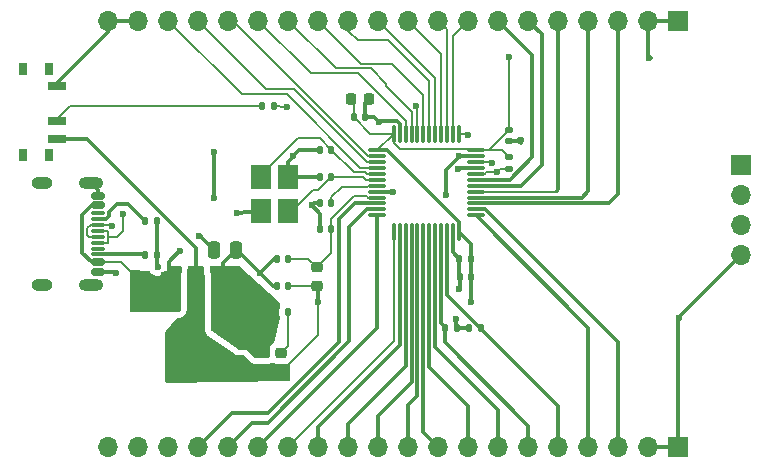
<source format=gbr>
%TF.GenerationSoftware,KiCad,Pcbnew,8.0.0*%
%TF.CreationDate,2024-03-08T02:50:51-08:00*%
%TF.ProjectId,blackpill,626c6163-6b70-4696-9c6c-2e6b69636164,rev?*%
%TF.SameCoordinates,Original*%
%TF.FileFunction,Copper,L1,Top*%
%TF.FilePolarity,Positive*%
%FSLAX46Y46*%
G04 Gerber Fmt 4.6, Leading zero omitted, Abs format (unit mm)*
G04 Created by KiCad (PCBNEW 8.0.0) date 2024-03-08 02:50:51*
%MOMM*%
%LPD*%
G01*
G04 APERTURE LIST*
G04 Aperture macros list*
%AMRoundRect*
0 Rectangle with rounded corners*
0 $1 Rounding radius*
0 $2 $3 $4 $5 $6 $7 $8 $9 X,Y pos of 4 corners*
0 Add a 4 corners polygon primitive as box body*
4,1,4,$2,$3,$4,$5,$6,$7,$8,$9,$2,$3,0*
0 Add four circle primitives for the rounded corners*
1,1,$1+$1,$2,$3*
1,1,$1+$1,$4,$5*
1,1,$1+$1,$6,$7*
1,1,$1+$1,$8,$9*
0 Add four rect primitives between the rounded corners*
20,1,$1+$1,$2,$3,$4,$5,0*
20,1,$1+$1,$4,$5,$6,$7,0*
20,1,$1+$1,$6,$7,$8,$9,0*
20,1,$1+$1,$8,$9,$2,$3,0*%
G04 Aperture macros list end*
%TA.AperFunction,ComponentPad*%
%ADD10O,1.800000X1.000000*%
%TD*%
%TA.AperFunction,ComponentPad*%
%ADD11O,2.100000X1.000000*%
%TD*%
%TA.AperFunction,SMDPad,CuDef*%
%ADD12RoundRect,0.150000X-0.425000X0.150000X-0.425000X-0.150000X0.425000X-0.150000X0.425000X0.150000X0*%
%TD*%
%TA.AperFunction,SMDPad,CuDef*%
%ADD13RoundRect,0.075000X-0.500000X0.075000X-0.500000X-0.075000X0.500000X-0.075000X0.500000X0.075000X0*%
%TD*%
%TA.AperFunction,SMDPad,CuDef*%
%ADD14RoundRect,0.375000X-0.375000X0.625000X-0.375000X-0.625000X0.375000X-0.625000X0.375000X0.625000X0*%
%TD*%
%TA.AperFunction,SMDPad,CuDef*%
%ADD15RoundRect,0.500000X-1.400000X0.500000X-1.400000X-0.500000X1.400000X-0.500000X1.400000X0.500000X0*%
%TD*%
%TA.AperFunction,SMDPad,CuDef*%
%ADD16RoundRect,0.250000X-0.250000X-0.475000X0.250000X-0.475000X0.250000X0.475000X-0.250000X0.475000X0*%
%TD*%
%TA.AperFunction,SMDPad,CuDef*%
%ADD17R,1.800000X2.100000*%
%TD*%
%TA.AperFunction,SMDPad,CuDef*%
%ADD18RoundRect,0.140000X-0.170000X0.140000X-0.170000X-0.140000X0.170000X-0.140000X0.170000X0.140000X0*%
%TD*%
%TA.AperFunction,SMDPad,CuDef*%
%ADD19RoundRect,0.225000X-0.225000X-0.250000X0.225000X-0.250000X0.225000X0.250000X-0.225000X0.250000X0*%
%TD*%
%TA.AperFunction,SMDPad,CuDef*%
%ADD20RoundRect,0.135000X-0.135000X-0.185000X0.135000X-0.185000X0.135000X0.185000X-0.135000X0.185000X0*%
%TD*%
%TA.AperFunction,SMDPad,CuDef*%
%ADD21RoundRect,0.075000X-0.662500X-0.075000X0.662500X-0.075000X0.662500X0.075000X-0.662500X0.075000X0*%
%TD*%
%TA.AperFunction,SMDPad,CuDef*%
%ADD22RoundRect,0.075000X-0.075000X-0.662500X0.075000X-0.662500X0.075000X0.662500X-0.075000X0.662500X0*%
%TD*%
%TA.AperFunction,SMDPad,CuDef*%
%ADD23RoundRect,0.140000X-0.140000X-0.170000X0.140000X-0.170000X0.140000X0.170000X-0.140000X0.170000X0*%
%TD*%
%TA.AperFunction,SMDPad,CuDef*%
%ADD24RoundRect,0.135000X0.135000X0.185000X-0.135000X0.185000X-0.135000X-0.185000X0.135000X-0.185000X0*%
%TD*%
%TA.AperFunction,SMDPad,CuDef*%
%ADD25RoundRect,0.135000X-0.185000X0.135000X-0.185000X-0.135000X0.185000X-0.135000X0.185000X0.135000X0*%
%TD*%
%TA.AperFunction,SMDPad,CuDef*%
%ADD26RoundRect,0.218750X-0.256250X0.218750X-0.256250X-0.218750X0.256250X-0.218750X0.256250X0.218750X0*%
%TD*%
%TA.AperFunction,SMDPad,CuDef*%
%ADD27R,1.500000X0.700000*%
%TD*%
%TA.AperFunction,SMDPad,CuDef*%
%ADD28R,0.800000X1.000000*%
%TD*%
%TA.AperFunction,SMDPad,CuDef*%
%ADD29RoundRect,0.140000X0.140000X0.170000X-0.140000X0.170000X-0.140000X-0.170000X0.140000X-0.170000X0*%
%TD*%
%TA.AperFunction,ComponentPad*%
%ADD30R,1.700000X1.700000*%
%TD*%
%TA.AperFunction,ComponentPad*%
%ADD31O,1.700000X1.700000*%
%TD*%
%TA.AperFunction,SMDPad,CuDef*%
%ADD32RoundRect,0.250000X0.475000X-0.250000X0.475000X0.250000X-0.475000X0.250000X-0.475000X-0.250000X0*%
%TD*%
%TA.AperFunction,ViaPad*%
%ADD33C,0.600000*%
%TD*%
%TA.AperFunction,Conductor*%
%ADD34C,0.300000*%
%TD*%
%TA.AperFunction,Conductor*%
%ADD35C,0.200000*%
%TD*%
G04 APERTURE END LIST*
D10*
%TO.P,J1,S1,SHIELD*%
%TO.N,GND*%
X57345000Y-96522000D03*
D11*
X61525000Y-96522000D03*
D10*
X57345000Y-87882000D03*
D11*
X61525000Y-87882000D03*
D12*
%TO.P,J1,B12,GND*%
X62100000Y-89002000D03*
%TO.P,J1,B9,VBUS*%
%TO.N,+5V*%
X62100000Y-89802000D03*
D13*
%TO.P,J1,B8*%
%TO.N,N/C*%
X62100000Y-90452000D03*
%TO.P,J1,B7,D-*%
%TO.N,USB_D-*%
X62100000Y-91452000D03*
%TO.P,J1,B6,D+*%
%TO.N,USB_D+*%
X62100000Y-92952000D03*
%TO.P,J1,B5,CC2*%
%TO.N,Net-(J1-CC2)*%
X62100000Y-93952000D03*
D12*
%TO.P,J1,B4,VBUS*%
%TO.N,+5V*%
X62100000Y-94602000D03*
%TO.P,J1,B1,GND*%
%TO.N,GND*%
X62100000Y-95402000D03*
%TO.P,J1,A12,GND*%
X62100000Y-95402000D03*
%TO.P,J1,A9,VBUS*%
%TO.N,+5V*%
X62100000Y-94602000D03*
D13*
%TO.P,J1,A8*%
%TO.N,N/C*%
X62100000Y-93452000D03*
%TO.P,J1,A7,D-*%
%TO.N,USB_D-*%
X62100000Y-92452000D03*
%TO.P,J1,A6,D+*%
%TO.N,USB_D+*%
X62100000Y-91952000D03*
%TO.P,J1,A5,CC1*%
%TO.N,Net-(J1-CC1)*%
X62100000Y-90952000D03*
D12*
%TO.P,J1,A4,VBUS*%
%TO.N,+5V*%
X62100000Y-89802000D03*
%TO.P,J1,A1,GND*%
%TO.N,GND*%
X62100000Y-89002000D03*
%TD*%
D14*
%TO.P,U1,3,VI*%
%TO.N,+5V*%
X68100000Y-96350000D03*
D15*
%TO.P,U1,2,VO*%
%TO.N,+3.3V*%
X70400000Y-102650000D03*
D14*
X70400000Y-96350000D03*
%TO.P,U1,1,GND*%
%TO.N,GND*%
X72700000Y-96350000D03*
%TD*%
D16*
%TO.P,C1,1*%
%TO.N,+5V*%
X71900000Y-93600000D03*
%TO.P,C1,2*%
%TO.N,GND*%
X73800000Y-93600000D03*
%TD*%
D17*
%TO.P,Y1,1,1*%
%TO.N,/HSE_IN*%
X75900000Y-87400000D03*
%TO.P,Y1,2,2*%
%TO.N,GND*%
X75900000Y-90300000D03*
%TO.P,Y1,3,3*%
%TO.N,/HSE_OUT*%
X78200000Y-90300000D03*
%TO.P,Y1,4,4*%
%TO.N,GND*%
X78200000Y-87400000D03*
%TD*%
D18*
%TO.P,C6,1*%
%TO.N,+3.3V*%
X96900000Y-83420000D03*
%TO.P,C6,2*%
%TO.N,GND*%
X96900000Y-84380000D03*
%TD*%
D19*
%TO.P,C3,1*%
%TO.N,+3.3V*%
X83525000Y-80800000D03*
%TO.P,C3,2*%
%TO.N,GND*%
X85075000Y-80800000D03*
%TD*%
D20*
%TO.P,R5,1*%
%TO.N,+3.3V*%
X93500000Y-100200000D03*
%TO.P,R5,2*%
%TO.N,I2C2_SDA*%
X94520000Y-100200000D03*
%TD*%
D21*
%TO.P,U2,1,VBAT*%
%TO.N,+3.3V*%
X85753500Y-85134000D03*
%TO.P,U2,2,PC13*%
%TO.N,PC13*%
X85753500Y-85634000D03*
%TO.P,U2,3,PC14*%
%TO.N,PC14*%
X85753500Y-86134000D03*
%TO.P,U2,4,PC15*%
%TO.N,PC15*%
X85753500Y-86634000D03*
%TO.P,U2,5,PD0*%
%TO.N,/HSE_IN*%
X85753500Y-87134000D03*
%TO.P,U2,6,PD1*%
%TO.N,/HSE_OUT*%
X85753500Y-87634000D03*
%TO.P,U2,7,NRST*%
%TO.N,/NRST*%
X85753500Y-88134000D03*
%TO.P,U2,8,VSSA*%
%TO.N,GND*%
X85753500Y-88634000D03*
%TO.P,U2,9,VDDA*%
%TO.N,+3.3VA*%
X85753500Y-89134000D03*
%TO.P,U2,10,PA0*%
%TO.N,PA0*%
X85753500Y-89634000D03*
%TO.P,U2,11,PA1*%
%TO.N,PA1*%
X85753500Y-90134000D03*
%TO.P,U2,12,PA2*%
%TO.N,PA2*%
X85753500Y-90634000D03*
D22*
%TO.P,U2,13,PA3*%
%TO.N,PA3*%
X87166000Y-92046500D03*
%TO.P,U2,14,PA4*%
%TO.N,PA4*%
X87666000Y-92046500D03*
%TO.P,U2,15,PA5*%
%TO.N,PA5*%
X88166000Y-92046500D03*
%TO.P,U2,16,PA6*%
%TO.N,PA6*%
X88666000Y-92046500D03*
%TO.P,U2,17,PA7*%
%TO.N,PA7*%
X89166000Y-92046500D03*
%TO.P,U2,18,PB0*%
%TO.N,PB0*%
X89666000Y-92046500D03*
%TO.P,U2,19,PB1*%
%TO.N,PB1*%
X90166000Y-92046500D03*
%TO.P,U2,20,PB2*%
%TO.N,PB2*%
X90666000Y-92046500D03*
%TO.P,U2,21,PB10*%
%TO.N,I2C2_SCL*%
X91166000Y-92046500D03*
%TO.P,U2,22,PB11*%
%TO.N,I2C2_SDA*%
X91666000Y-92046500D03*
%TO.P,U2,23,VSS*%
%TO.N,GND*%
X92166000Y-92046500D03*
%TO.P,U2,24,VDD*%
%TO.N,+3.3V*%
X92666000Y-92046500D03*
D21*
%TO.P,U2,25,PB12*%
%TO.N,PB12*%
X94078500Y-90634000D03*
%TO.P,U2,26,PB13*%
%TO.N,PB13*%
X94078500Y-90134000D03*
%TO.P,U2,27,PB14*%
%TO.N,PB14*%
X94078500Y-89634000D03*
%TO.P,U2,28,PB15*%
%TO.N,PB15*%
X94078500Y-89134000D03*
%TO.P,U2,29,PA8*%
%TO.N,PA8*%
X94078500Y-88634000D03*
%TO.P,U2,30,PA9*%
%TO.N,PA9*%
X94078500Y-88134000D03*
%TO.P,U2,31,PA10*%
%TO.N,PA10*%
X94078500Y-87634000D03*
%TO.P,U2,32,PA11*%
%TO.N,USB_D-*%
X94078500Y-87134000D03*
%TO.P,U2,33,PA12*%
%TO.N,USB_D+*%
X94078500Y-86634000D03*
%TO.P,U2,34,PA13*%
%TO.N,SWDIO*%
X94078500Y-86134000D03*
%TO.P,U2,35,VSS*%
%TO.N,GND*%
X94078500Y-85634000D03*
%TO.P,U2,36,VDD*%
%TO.N,+3.3V*%
X94078500Y-85134000D03*
D22*
%TO.P,U2,37,PA14*%
%TO.N,SWCLK*%
X92666000Y-83721500D03*
%TO.P,U2,38,PA15*%
%TO.N,PA15*%
X92166000Y-83721500D03*
%TO.P,U2,39,PB3*%
%TO.N,PB3*%
X91666000Y-83721500D03*
%TO.P,U2,40,PB4*%
%TO.N,PB4*%
X91166000Y-83721500D03*
%TO.P,U2,41,PB5*%
%TO.N,PB5*%
X90666000Y-83721500D03*
%TO.P,U2,42,PB6*%
%TO.N,USART1_TX*%
X90166000Y-83721500D03*
%TO.P,U2,43,PB7*%
%TO.N,USART1_RX*%
X89666000Y-83721500D03*
%TO.P,U2,44,BOOT0*%
%TO.N,Net-(U2-BOOT0)*%
X89166000Y-83721500D03*
%TO.P,U2,45,PB8*%
%TO.N,PB8*%
X88666000Y-83721500D03*
%TO.P,U2,46,PB9*%
%TO.N,PB9*%
X88166000Y-83721500D03*
%TO.P,U2,47,VSS*%
%TO.N,GND*%
X87666000Y-83721500D03*
%TO.P,U2,48,VDD*%
%TO.N,+3.3V*%
X87166000Y-83721500D03*
%TD*%
D23*
%TO.P,C4,1*%
%TO.N,+3.3V*%
X83779000Y-82324000D03*
%TO.P,C4,2*%
%TO.N,GND*%
X84739000Y-82324000D03*
%TD*%
D20*
%TO.P,R2,1*%
%TO.N,/SW_BOOT0*%
X75980000Y-81400000D03*
%TO.P,R2,2*%
%TO.N,Net-(U2-BOOT0)*%
X77000000Y-81400000D03*
%TD*%
D24*
%TO.P,R4,1*%
%TO.N,+3.3V*%
X92500000Y-100200000D03*
%TO.P,R4,2*%
%TO.N,I2C2_SCL*%
X91480000Y-100200000D03*
%TD*%
D25*
%TO.P,R3,1*%
%TO.N,+3.3V*%
X96900000Y-85690000D03*
%TO.P,R3,2*%
%TO.N,USB_D-*%
X96900000Y-86710000D03*
%TD*%
D26*
%TO.P,D1,1,K*%
%TO.N,/PWR_LED_K*%
X77612000Y-102291000D03*
%TO.P,D1,2,A*%
%TO.N,+3.3V*%
X77612000Y-103866000D03*
%TD*%
D24*
%TO.P,R7,1*%
%TO.N,GND*%
X67110000Y-94000000D03*
%TO.P,R7,2*%
%TO.N,Net-(J1-CC2)*%
X66090000Y-94000000D03*
%TD*%
D27*
%TO.P,SW1,3,C*%
%TO.N,+3.3V*%
X58630000Y-84150000D03*
%TO.P,SW1,2,B*%
%TO.N,/SW_BOOT0*%
X58630000Y-82650000D03*
%TO.P,SW1,1,A*%
%TO.N,GND*%
X58630000Y-79650000D03*
D28*
%TO.P,SW1,*%
%TO.N,*%
X55770000Y-85550000D03*
X57980000Y-85550000D03*
X55770000Y-78250000D03*
X57980000Y-78250000D03*
%TD*%
D29*
%TO.P,C7,1*%
%TO.N,+3.3V*%
X93670000Y-94327300D03*
%TO.P,C7,2*%
%TO.N,GND*%
X92710000Y-94327300D03*
%TD*%
D24*
%TO.P,R6,1*%
%TO.N,GND*%
X67110000Y-91100000D03*
%TO.P,R6,2*%
%TO.N,Net-(J1-CC1)*%
X66090000Y-91100000D03*
%TD*%
D29*
%TO.P,C10,1*%
%TO.N,+3.3V*%
X78212000Y-96634000D03*
%TO.P,C10,2*%
%TO.N,GND*%
X77252000Y-96634000D03*
%TD*%
%TO.P,C11,1*%
%TO.N,/NRST*%
X81880000Y-89600000D03*
%TO.P,C11,2*%
%TO.N,GND*%
X80920000Y-89600000D03*
%TD*%
%TO.P,C8,1*%
%TO.N,+3.3VA*%
X81880000Y-91789300D03*
%TO.P,C8,2*%
%TO.N,GND*%
X80920000Y-91789300D03*
%TD*%
D30*
%TO.P,J4,1,Pin_1*%
%TO.N,+3.3V*%
X111252000Y-74168000D03*
D31*
%TO.P,J4,2,Pin_2*%
X108712000Y-74168000D03*
%TO.P,J4,3,Pin_3*%
%TO.N,PB14*%
X106172000Y-74168000D03*
%TO.P,J4,4,Pin_4*%
%TO.N,PB15*%
X103632000Y-74168000D03*
%TO.P,J4,5,Pin_5*%
%TO.N,PA8*%
X101092000Y-74168000D03*
%TO.P,J4,6,Pin_6*%
%TO.N,PA9*%
X98552000Y-74168000D03*
%TO.P,J4,7,Pin_7*%
%TO.N,PA10*%
X96012000Y-74168000D03*
%TO.P,J4,8,Pin_8*%
%TO.N,PA15*%
X93472000Y-74168000D03*
%TO.P,J4,9,Pin_9*%
%TO.N,PB3*%
X90932000Y-74168000D03*
%TO.P,J4,10,Pin_10*%
%TO.N,PB4*%
X88392000Y-74168000D03*
%TO.P,J4,11,Pin_11*%
%TO.N,PB5*%
X85852000Y-74168000D03*
%TO.P,J4,12,Pin_12*%
%TO.N,USART1_TX*%
X83312000Y-74168000D03*
%TO.P,J4,13,Pin_13*%
%TO.N,USART1_RX*%
X80772000Y-74168000D03*
%TO.P,J4,14,Pin_14*%
%TO.N,PB8*%
X78232000Y-74168000D03*
%TO.P,J4,15,Pin_15*%
%TO.N,PB9*%
X75692000Y-74168000D03*
%TO.P,J4,16,Pin_16*%
%TO.N,PC13*%
X73152000Y-74168000D03*
%TO.P,J4,17,Pin_17*%
%TO.N,PC14*%
X70612000Y-74168000D03*
%TO.P,J4,18,Pin_18*%
%TO.N,PC15*%
X68072000Y-74168000D03*
%TO.P,J4,19,Pin_19*%
%TO.N,GND*%
X65532000Y-74168000D03*
%TO.P,J4,20,Pin_20*%
X62992000Y-74168000D03*
%TD*%
D29*
%TO.P,C13,2*%
%TO.N,GND*%
X80920000Y-87400000D03*
%TO.P,C13,1*%
%TO.N,/HSE_OUT*%
X81880000Y-87400000D03*
%TD*%
D24*
%TO.P,R1,1*%
%TO.N,/PWR_LED_K*%
X78242000Y-98834000D03*
%TO.P,R1,2*%
%TO.N,GND*%
X77222000Y-98834000D03*
%TD*%
D29*
%TO.P,C9,1*%
%TO.N,+3.3VA*%
X78212000Y-94323300D03*
%TO.P,C9,2*%
%TO.N,GND*%
X77252000Y-94323300D03*
%TD*%
D32*
%TO.P,C2,1*%
%TO.N,+3.3V*%
X75580000Y-103800000D03*
%TO.P,C2,2*%
%TO.N,GND*%
X75580000Y-101900000D03*
%TD*%
D30*
%TO.P,J3,1,Pin_1*%
%TO.N,+3.3V*%
X111252000Y-110236000D03*
D31*
%TO.P,J3,2,Pin_2*%
X108712000Y-110236000D03*
%TO.P,J3,3,Pin_3*%
%TO.N,PB13*%
X106172000Y-110236000D03*
%TO.P,J3,4,Pin_4*%
%TO.N,PB12*%
X103632000Y-110236000D03*
%TO.P,J3,5,Pin_5*%
%TO.N,I2C2_SDA*%
X101092000Y-110236000D03*
%TO.P,J3,6,Pin_6*%
%TO.N,I2C2_SCL*%
X98552000Y-110236000D03*
%TO.P,J3,7,Pin_7*%
%TO.N,PB2*%
X96012000Y-110236000D03*
%TO.P,J3,8,Pin_8*%
%TO.N,PB1*%
X93472000Y-110236000D03*
%TO.P,J3,9,Pin_9*%
%TO.N,PB0*%
X90932000Y-110236000D03*
%TO.P,J3,10,Pin_10*%
%TO.N,PA7*%
X88392000Y-110236000D03*
%TO.P,J3,11,Pin_11*%
%TO.N,PA6*%
X85852000Y-110236000D03*
%TO.P,J3,12,Pin_12*%
%TO.N,PA5*%
X83312000Y-110236000D03*
%TO.P,J3,13,Pin_13*%
%TO.N,PA4*%
X80772000Y-110236000D03*
%TO.P,J3,14,Pin_14*%
%TO.N,PA3*%
X78232000Y-110236000D03*
%TO.P,J3,15,Pin_15*%
%TO.N,PA2*%
X75692000Y-110236000D03*
%TO.P,J3,16,Pin_16*%
%TO.N,PA1*%
X73152000Y-110236000D03*
%TO.P,J3,17,Pin_17*%
%TO.N,PA0*%
X70612000Y-110236000D03*
%TO.P,J3,18,Pin_18*%
%TO.N,GND*%
X68072000Y-110236000D03*
%TO.P,J3,19,Pin_19*%
X65532000Y-110236000D03*
%TO.P,J3,20,Pin_20*%
X62992000Y-110236000D03*
%TD*%
D29*
%TO.P,C12,1*%
%TO.N,/HSE_IN*%
X81880000Y-85100000D03*
%TO.P,C12,2*%
%TO.N,GND*%
X80920000Y-85100000D03*
%TD*%
D26*
%TO.P,FB1,1*%
%TO.N,+3.3VA*%
X80632000Y-95046500D03*
%TO.P,FB1,2*%
%TO.N,+3.3V*%
X80632000Y-96621500D03*
%TD*%
D30*
%TO.P,J2,1,Pin_1*%
%TO.N,GND*%
X116586000Y-86360000D03*
D31*
%TO.P,J2,2,Pin_2*%
%TO.N,SWCLK*%
X116586000Y-88900000D03*
%TO.P,J2,3,Pin_3*%
%TO.N,SWDIO*%
X116586000Y-91440000D03*
%TO.P,J2,4,Pin_4*%
%TO.N,+3.3V*%
X116586000Y-93980000D03*
%TD*%
D29*
%TO.P,C5,1*%
%TO.N,+3.3V*%
X93698000Y-95879300D03*
%TO.P,C5,2*%
%TO.N,GND*%
X92738000Y-95879300D03*
%TD*%
D33*
%TO.N,GND*%
X73700000Y-100100000D03*
X74500000Y-96900000D03*
X72700000Y-98300000D03*
X91600000Y-88900000D03*
X71900000Y-85300000D03*
X71900000Y-89200000D03*
%TO.N,+5V*%
X70700000Y-92400000D03*
X69100000Y-93700000D03*
%TO.N,GND*%
X67200000Y-95000000D03*
X63600000Y-95500000D03*
X75500000Y-99600000D03*
X75800000Y-95500000D03*
X73900000Y-90400000D03*
X80200000Y-89800000D03*
X87100000Y-88700000D03*
X92700000Y-96900000D03*
X97900000Y-84300000D03*
X92700000Y-85600000D03*
X85900000Y-82700000D03*
X78600000Y-85600000D03*
%TO.N,+3.3V*%
X108800000Y-77300000D03*
X96900000Y-77200000D03*
X80700000Y-98000000D03*
X111300000Y-99300000D03*
X93700000Y-98000000D03*
X92400000Y-99400000D03*
%TO.N,Net-(U2-BOOT0)*%
X89066000Y-81400000D03*
X78122000Y-81426700D03*
%TO.N,SWCLK*%
X93400000Y-83800000D03*
%TO.N,SWDIO*%
X95500000Y-86200000D03*
%TO.N,USB_D+*%
X64200000Y-90500000D03*
X92600000Y-86700000D03*
%TO.N,USB_D-*%
X63300000Y-91500000D03*
X95900000Y-86984000D03*
%TD*%
D34*
%TO.N,Net-(J1-CC1)*%
X63025000Y-90705120D02*
X62778120Y-90952000D01*
X63700000Y-89700000D02*
X63025000Y-90375000D01*
X62778120Y-90952000D02*
X62100000Y-90952000D01*
X64690000Y-89700000D02*
X63700000Y-89700000D01*
X63025000Y-90375000D02*
X63025000Y-90705120D01*
X66090000Y-91100000D02*
X64690000Y-89700000D01*
%TO.N,GND*%
X72700000Y-96350000D02*
X72700000Y-94700000D01*
X72700000Y-94700000D02*
X73800000Y-93600000D01*
D35*
%TO.N,+3.3V*%
X80700000Y-100778000D02*
X80700000Y-98000000D01*
X77612000Y-103866000D02*
X80700000Y-100778000D01*
%TO.N,+5V*%
X65850000Y-96350000D02*
X68100000Y-96350000D01*
X64102000Y-94602000D02*
X65850000Y-96350000D01*
D34*
%TO.N,GND*%
X92700000Y-85680761D02*
X92700000Y-85600000D01*
X91600000Y-88900000D02*
X91600000Y-86780761D01*
X91600000Y-86780761D02*
X92700000Y-85680761D01*
X71900000Y-85300000D02*
X71900000Y-89200000D01*
%TO.N,+5V*%
X70700000Y-92400000D02*
X70800000Y-92400000D01*
X70800000Y-92500000D02*
X70700000Y-92400000D01*
X71900000Y-93600000D02*
X70800000Y-92500000D01*
X69100000Y-93600000D02*
X69000000Y-93700000D01*
X69100000Y-93700000D02*
X69100000Y-93600000D01*
X69000000Y-93700000D02*
X69100000Y-93700000D01*
X68100000Y-94600000D02*
X69000000Y-93700000D01*
X68100000Y-96350000D02*
X68100000Y-94600000D01*
%TO.N,GND*%
X73900000Y-93600000D02*
X75800000Y-95500000D01*
X73800000Y-93600000D02*
X73900000Y-93600000D01*
%TO.N,+3.3V*%
X61169634Y-84150000D02*
X58630000Y-84150000D01*
X70400000Y-93380366D02*
X61169634Y-84150000D01*
X70400000Y-96350000D02*
X70400000Y-93380366D01*
X70400000Y-102650000D02*
X70400000Y-96350000D01*
X74430000Y-102650000D02*
X75580000Y-103800000D01*
X70400000Y-102650000D02*
X74430000Y-102650000D01*
%TO.N,GND*%
X80920000Y-87400000D02*
X78200000Y-87400000D01*
%TO.N,Net-(J1-CC2)*%
X66042000Y-93952000D02*
X62100000Y-93952000D01*
X66090000Y-94000000D02*
X66042000Y-93952000D01*
%TO.N,GND*%
X62992000Y-75138000D02*
X58326000Y-79804000D01*
X62992000Y-74168000D02*
X62992000Y-75138000D01*
D35*
%TO.N,PC13*%
X73517590Y-74168000D02*
X73152000Y-74168000D01*
X84983590Y-85634000D02*
X73517590Y-74168000D01*
X85753500Y-85634000D02*
X84983590Y-85634000D01*
D34*
%TO.N,GND*%
X62100000Y-89002000D02*
X62100000Y-88457000D01*
X62100000Y-88457000D02*
X61525000Y-87882000D01*
%TO.N,+5V*%
X61571880Y-94602000D02*
X62100000Y-94602000D01*
X60775000Y-90598880D02*
X60775000Y-93805120D01*
X61571880Y-89802000D02*
X60775000Y-90598880D01*
X62100000Y-89802000D02*
X61571880Y-89802000D01*
X60775000Y-93805120D02*
X61571880Y-94602000D01*
%TO.N,GND*%
X67110000Y-94000000D02*
X67110000Y-94910000D01*
X67110000Y-94910000D02*
X67200000Y-95000000D01*
X63502000Y-95402000D02*
X63600000Y-95500000D01*
X62100000Y-95402000D02*
X63502000Y-95402000D01*
X67110000Y-94000000D02*
X67110000Y-91100000D01*
X87666000Y-82880880D02*
X87666000Y-83721500D01*
X87419120Y-82634000D02*
X87666000Y-82880880D01*
X85966000Y-82634000D02*
X87419120Y-82634000D01*
X85900000Y-82700000D02*
X85966000Y-82634000D01*
X80920000Y-90520000D02*
X80200000Y-89800000D01*
X80920000Y-91789300D02*
X80920000Y-90520000D01*
X77252000Y-96634000D02*
X76934000Y-96634000D01*
X76934000Y-96634000D02*
X75800000Y-95500000D01*
X76976700Y-94323300D02*
X75800000Y-95500000D01*
X77252000Y-94323300D02*
X76976700Y-94323300D01*
X75580000Y-99680000D02*
X75500000Y-99600000D01*
X75580000Y-101900000D02*
X75580000Y-99680000D01*
X76266000Y-98834000D02*
X75500000Y-99600000D01*
X77222000Y-98834000D02*
X76266000Y-98834000D01*
X75900000Y-90300000D02*
X73900000Y-90400000D01*
X80400000Y-89600000D02*
X80200000Y-89800000D01*
X80920000Y-89600000D02*
X80400000Y-89600000D01*
X87034000Y-88634000D02*
X87100000Y-88700000D01*
X85753500Y-88634000D02*
X87034000Y-88634000D01*
X92738000Y-96862000D02*
X92700000Y-96900000D01*
X92738000Y-95879300D02*
X92738000Y-96862000D01*
%TO.N,+3.3V*%
X92666000Y-91205880D02*
X86594120Y-85134000D01*
X92666000Y-92046500D02*
X92666000Y-91205880D01*
X86594120Y-85134000D02*
X85753500Y-85134000D01*
D35*
X87166000Y-84491410D02*
X87166000Y-83721500D01*
X87658591Y-84984001D02*
X87166000Y-84491410D01*
X93928501Y-84984001D02*
X87658591Y-84984001D01*
X94078500Y-85134000D02*
X93928501Y-84984001D01*
D34*
%TO.N,GND*%
X97900000Y-84500000D02*
X97800000Y-84400000D01*
X97900000Y-84300000D02*
X97900000Y-84500000D01*
X97700000Y-84300000D02*
X97900000Y-84300000D01*
X97780000Y-84380000D02*
X97700000Y-84300000D01*
X96900000Y-84380000D02*
X97780000Y-84380000D01*
%TO.N,PA10*%
X98900000Y-77056000D02*
X96012000Y-74168000D01*
X98900000Y-85719634D02*
X98900000Y-77056000D01*
X96985634Y-87634000D02*
X98900000Y-85719634D01*
X94078500Y-87634000D02*
X96985634Y-87634000D01*
%TO.N,PA9*%
X99700000Y-86352000D02*
X97918000Y-88134000D01*
X99700000Y-75316000D02*
X99700000Y-86352000D01*
X97918000Y-88134000D02*
X94078500Y-88134000D01*
X98552000Y-74168000D02*
X99700000Y-75316000D01*
%TO.N,GND*%
X94078500Y-85634000D02*
X92734000Y-85634000D01*
X92734000Y-85634000D02*
X92700000Y-85600000D01*
X85524000Y-82324000D02*
X85900000Y-82700000D01*
X84739000Y-82324000D02*
X85524000Y-82324000D01*
X84739000Y-81136000D02*
X85075000Y-80800000D01*
X84739000Y-82324000D02*
X84739000Y-81136000D01*
X79100000Y-85100000D02*
X78600000Y-85600000D01*
X80920000Y-85100000D02*
X79100000Y-85100000D01*
X78700000Y-85600000D02*
X78600000Y-85700000D01*
X78600000Y-85600000D02*
X78700000Y-85600000D01*
X78600000Y-85700000D02*
X78600000Y-85600000D01*
X78200000Y-86100000D02*
X78600000Y-85700000D01*
X78200000Y-87400000D02*
X78200000Y-86100000D01*
X65532000Y-74168000D02*
X62992000Y-74168000D01*
%TO.N,+3.3V*%
X108900000Y-77300000D02*
X108800000Y-77200000D01*
X108800000Y-77300000D02*
X108900000Y-77300000D01*
X108800000Y-77200000D02*
X108800000Y-77300000D01*
X108712000Y-77112000D02*
X108800000Y-77200000D01*
X108712000Y-74168000D02*
X108712000Y-77112000D01*
D35*
X96900000Y-83420000D02*
X96900000Y-77200000D01*
D34*
X108712000Y-74168000D02*
X111252000Y-74168000D01*
X80700000Y-96689500D02*
X80632000Y-96621500D01*
X80700000Y-98000000D02*
X80700000Y-96689500D01*
X111300000Y-99266000D02*
X116586000Y-93980000D01*
X111300000Y-99300000D02*
X111300000Y-99266000D01*
X111266000Y-99300000D02*
X111300000Y-99300000D01*
X92500000Y-100200000D02*
X93500000Y-100200000D01*
X92400000Y-99400000D02*
X92400000Y-100100000D01*
X92400000Y-100100000D02*
X92500000Y-100200000D01*
X93698000Y-95879300D02*
X93700000Y-98000000D01*
D35*
%TO.N,+3.3VA*%
X81880000Y-93798500D02*
X80632000Y-95046500D01*
X81880000Y-91789300D02*
X81880000Y-93798500D01*
%TO.N,/PWR_LED_K*%
X78242000Y-101661000D02*
X77612000Y-102291000D01*
X78242000Y-98834000D02*
X78242000Y-101661000D01*
%TO.N,+5V*%
X64102000Y-94602000D02*
X62100000Y-94602000D01*
%TO.N,+3.3V*%
X77546000Y-103800000D02*
X77612000Y-103866000D01*
X75580000Y-103800000D02*
X77546000Y-103800000D01*
%TO.N,/SW_BOOT0*%
X59730000Y-81400000D02*
X58326000Y-82804000D01*
X75980000Y-81400000D02*
X59730000Y-81400000D01*
%TO.N,PC15*%
X78116134Y-80400000D02*
X74304000Y-80400000D01*
X74304000Y-80400000D02*
X68072000Y-74168000D01*
X84316134Y-86600000D02*
X78116134Y-80400000D01*
X85719500Y-86600000D02*
X84316134Y-86600000D01*
X85753500Y-86634000D02*
X85719500Y-86600000D01*
%TO.N,/HSE_IN*%
X84717685Y-87000000D02*
X84851685Y-87134000D01*
X84851685Y-87134000D02*
X85753500Y-87134000D01*
X83780000Y-87000000D02*
X84717685Y-87000000D01*
X81880000Y-85100000D02*
X83780000Y-87000000D01*
%TO.N,PC14*%
X76344000Y-79900000D02*
X70612000Y-74168000D01*
X78683905Y-79900000D02*
X76344000Y-79900000D01*
X85753500Y-86134000D02*
X84917905Y-86134000D01*
X84917905Y-86134000D02*
X78683905Y-79900000D01*
%TO.N,+3.3V*%
X85753500Y-85134000D02*
X87166000Y-83721500D01*
X83779000Y-81054000D02*
X83525000Y-80800000D01*
X83779000Y-82324000D02*
X83779000Y-81054000D01*
X85176500Y-83721500D02*
X83779000Y-82324000D01*
X87166000Y-83721500D02*
X85176500Y-83721500D01*
%TO.N,PB9*%
X80124000Y-78600000D02*
X75692000Y-74168000D01*
X88166000Y-82667304D02*
X84098696Y-78600000D01*
X88166000Y-83721500D02*
X88166000Y-82667304D01*
X84098696Y-78600000D02*
X80124000Y-78600000D01*
%TO.N,PB8*%
X85200000Y-78200000D02*
X82264000Y-78200000D01*
X86525000Y-79707529D02*
X86525000Y-79525000D01*
X82264000Y-78200000D02*
X78232000Y-74168000D01*
X88666000Y-81848529D02*
X86525000Y-79707529D01*
X86525000Y-79525000D02*
X85200000Y-78200000D01*
X88666000Y-83721500D02*
X88666000Y-81848529D01*
%TO.N,Net-(U2-BOOT0)*%
X89166000Y-81500000D02*
X89166000Y-83721500D01*
X89066000Y-81400000D02*
X89166000Y-81500000D01*
X78122000Y-81426700D02*
X77000000Y-81400000D01*
%TO.N,USART1_RX*%
X84404000Y-77800000D02*
X80772000Y-74168000D01*
X87000000Y-77800000D02*
X84404000Y-77800000D01*
X89666000Y-80466000D02*
X87000000Y-77800000D01*
X89666000Y-83721500D02*
X89666000Y-80466000D01*
%TO.N,USART1_TX*%
X90166000Y-79266000D02*
X90166000Y-83721500D01*
X84100000Y-75800000D02*
X86700000Y-75800000D01*
X86700000Y-75800000D02*
X90166000Y-79266000D01*
X83312000Y-75012000D02*
X84100000Y-75800000D01*
X83312000Y-74168000D02*
X83312000Y-75012000D01*
%TO.N,PB5*%
X85852000Y-74168000D02*
X90666000Y-78982000D01*
X90666000Y-78982000D02*
X90666000Y-83721500D01*
%TO.N,PB4*%
X91166000Y-76942000D02*
X91166000Y-83721500D01*
X88392000Y-74168000D02*
X91166000Y-76942000D01*
%TO.N,PB3*%
X91666000Y-74902000D02*
X90932000Y-74168000D01*
X91666000Y-83721500D02*
X91666000Y-74902000D01*
%TO.N,PA15*%
X92166000Y-75474000D02*
X92166000Y-83721500D01*
X93472000Y-74168000D02*
X92166000Y-75474000D01*
%TO.N,SWCLK*%
X93321500Y-83721500D02*
X93400000Y-83800000D01*
X92666000Y-83721500D02*
X93321500Y-83721500D01*
%TO.N,+3.3V*%
X95186000Y-85134000D02*
X94078500Y-85134000D01*
X96900000Y-83420000D02*
X95186000Y-85134000D01*
X96344000Y-85134000D02*
X96900000Y-85690000D01*
X94078500Y-85134000D02*
X96344000Y-85134000D01*
%TO.N,SWDIO*%
X95434000Y-86134000D02*
X95500000Y-86200000D01*
X94078500Y-86134000D02*
X95434000Y-86134000D01*
%TO.N,USB_D-*%
X94848410Y-87134000D02*
X94078500Y-87134000D01*
X95900000Y-86984000D02*
X94998410Y-86984000D01*
X94998410Y-86984000D02*
X94848410Y-87134000D01*
X96174000Y-86710000D02*
X96900000Y-86710000D01*
X95900000Y-86984000D02*
X96174000Y-86710000D01*
D34*
%TO.N,PA8*%
X101092000Y-88408000D02*
X101092000Y-74168000D01*
X100950000Y-88550000D02*
X101092000Y-88408000D01*
D35*
X100866000Y-88634000D02*
X94078500Y-88634000D01*
X100950000Y-88550000D02*
X100866000Y-88634000D01*
D34*
%TO.N,PB14*%
X106172000Y-74168000D02*
X106172000Y-88800000D01*
X106172000Y-88800000D02*
X105338000Y-89634000D01*
X105338000Y-89634000D02*
X94078500Y-89634000D01*
%TO.N,PB15*%
X103066000Y-89134000D02*
X94078500Y-89134000D01*
X103632000Y-88568000D02*
X103066000Y-89134000D01*
X103632000Y-74168000D02*
X103632000Y-88568000D01*
%TO.N,+3.3V*%
X108712000Y-110236000D02*
X111252000Y-110236000D01*
X111252000Y-110236000D02*
X111252000Y-99314000D01*
X111252000Y-99314000D02*
X111266000Y-99300000D01*
%TO.N,PB13*%
X94919120Y-90134000D02*
X94078500Y-90134000D01*
X106172000Y-110236000D02*
X106172000Y-101386880D01*
X106172000Y-101386880D02*
X94919120Y-90134000D01*
%TO.N,PB12*%
X103632000Y-100187500D02*
X94078500Y-90634000D01*
X103632000Y-110236000D02*
X103632000Y-100187500D01*
%TO.N,I2C2_SCL*%
X91480000Y-101380000D02*
X91480000Y-100200000D01*
X98552000Y-110236000D02*
X98552000Y-108452000D01*
X98552000Y-108452000D02*
X91480000Y-101380000D01*
X91166000Y-99766000D02*
X91166000Y-92046500D01*
X91480000Y-100200000D02*
X91480000Y-100080000D01*
X91480000Y-100080000D02*
X91166000Y-99766000D01*
%TO.N,GND*%
X92710000Y-95851300D02*
X92738000Y-95879300D01*
X92710000Y-94327300D02*
X92710000Y-95851300D01*
X92166000Y-93783300D02*
X92166000Y-92046500D01*
X92710000Y-94327300D02*
X92166000Y-93783300D01*
%TO.N,+3.3V*%
X93698000Y-94355300D02*
X93670000Y-94327300D01*
X93698000Y-95879300D02*
X93698000Y-94355300D01*
X93670000Y-93050500D02*
X92666000Y-92046500D01*
X93670000Y-94327300D02*
X93670000Y-93050500D01*
%TO.N,I2C2_SDA*%
X101092000Y-106782000D02*
X101092000Y-110236000D01*
X94400000Y-100090000D02*
X101092000Y-106782000D01*
%TO.N,PB2*%
X96012000Y-107112000D02*
X90666000Y-101766000D01*
X96012000Y-110236000D02*
X96012000Y-107112000D01*
X90666000Y-101766000D02*
X90666000Y-92046500D01*
%TO.N,PB1*%
X93472000Y-106772000D02*
X93472000Y-110236000D01*
X90166000Y-103466000D02*
X93472000Y-106772000D01*
X90166000Y-92046500D02*
X90166000Y-103466000D01*
%TO.N,I2C2_SDA*%
X91666000Y-97356000D02*
X91666000Y-92046500D01*
X94400000Y-100090000D02*
X91666000Y-97356000D01*
%TO.N,PB0*%
X89666000Y-108970000D02*
X89666000Y-92046500D01*
X90932000Y-110236000D02*
X89666000Y-108970000D01*
%TO.N,PA7*%
X89166000Y-105934000D02*
X89166000Y-92046500D01*
X88392000Y-106708000D02*
X89166000Y-105934000D01*
X88392000Y-110236000D02*
X88392000Y-106708000D01*
%TO.N,PA6*%
X85852000Y-107952000D02*
X85852000Y-110236000D01*
X85800000Y-107900000D02*
X85852000Y-107952000D01*
X88666000Y-104734000D02*
X85800000Y-107600000D01*
X88666000Y-92046500D02*
X88666000Y-104734000D01*
X85800000Y-107600000D02*
X85800000Y-107900000D01*
%TO.N,PA5*%
X88166000Y-103434000D02*
X88166000Y-92046500D01*
X83312000Y-108288000D02*
X88166000Y-103434000D01*
X83312000Y-110236000D02*
X83312000Y-108288000D01*
%TO.N,PA4*%
X80700000Y-108600000D02*
X80700000Y-108900000D01*
X80700000Y-108900000D02*
X80772000Y-108972000D01*
X87666000Y-101634000D02*
X80700000Y-108600000D01*
X80772000Y-108972000D02*
X80772000Y-110236000D01*
X87666000Y-92046500D02*
X87666000Y-101634000D01*
%TO.N,PA2*%
X85753500Y-100174500D02*
X75692000Y-110236000D01*
X85753500Y-90634000D02*
X85753500Y-100174500D01*
%TO.N,PA1*%
X84912880Y-90134000D02*
X85753500Y-90134000D01*
X83400000Y-91646880D02*
X84912880Y-90134000D01*
X83400000Y-101300000D02*
X83400000Y-91646880D01*
X76500000Y-108200000D02*
X83400000Y-101300000D01*
X75188000Y-108200000D02*
X76500000Y-108200000D01*
X73152000Y-110236000D02*
X75188000Y-108200000D01*
%TO.N,PA0*%
X82510000Y-90990000D02*
X83866000Y-89634000D01*
X76550000Y-107350000D02*
X82510000Y-101390000D01*
X73498000Y-107350000D02*
X76550000Y-107350000D01*
X70612000Y-110236000D02*
X73498000Y-107350000D01*
X82510000Y-101390000D02*
X82510000Y-90990000D01*
X83866000Y-89634000D02*
X85753500Y-89634000D01*
D35*
%TO.N,USB_D+*%
X63700000Y-92500000D02*
X64200000Y-92000000D01*
X63000000Y-92500000D02*
X63700000Y-92500000D01*
X64200000Y-92000000D02*
X64200000Y-90500000D01*
X63000000Y-92500000D02*
X63000000Y-92952000D01*
X63000000Y-92048529D02*
X63000000Y-92500000D01*
D34*
X92666000Y-86634000D02*
X92600000Y-86700000D01*
X94078500Y-86634000D02*
X92666000Y-86634000D01*
D35*
%TO.N,PA3*%
X87166000Y-101302000D02*
X78232000Y-110236000D01*
X87166000Y-92046500D02*
X87166000Y-101302000D01*
%TO.N,USB_D+*%
X62100000Y-91952000D02*
X62903471Y-91952000D01*
X62903471Y-91952000D02*
X63000000Y-92048529D01*
X63000000Y-92952000D02*
X62100000Y-92952000D01*
%TO.N,USB_D-*%
X61352000Y-92452000D02*
X62100000Y-92452000D01*
X61225000Y-91719590D02*
X61225000Y-92325000D01*
X61492590Y-91452000D02*
X61225000Y-91719590D01*
X62100000Y-91452000D02*
X61492590Y-91452000D01*
X61225000Y-92325000D02*
X61352000Y-92452000D01*
X63252000Y-91452000D02*
X63300000Y-91500000D01*
X62100000Y-91452000D02*
X63252000Y-91452000D01*
%TO.N,+3.3V*%
X80619500Y-96634000D02*
X80632000Y-96621500D01*
X78212000Y-96634000D02*
X80619500Y-96634000D01*
%TO.N,+3.3VA*%
X79908800Y-94323300D02*
X80632000Y-95046500D01*
X78212000Y-94323300D02*
X79908800Y-94323300D01*
X83800000Y-89000000D02*
X81880000Y-90920000D01*
X84983590Y-89134000D02*
X84849590Y-89000000D01*
X84849590Y-89000000D02*
X83800000Y-89000000D01*
X85753500Y-89134000D02*
X84983590Y-89134000D01*
X81880000Y-90920000D02*
X81880000Y-91789300D01*
%TO.N,/NRST*%
X82800000Y-88200000D02*
X81880000Y-89120000D01*
X84917590Y-88200000D02*
X82800000Y-88200000D01*
X84983590Y-88134000D02*
X84917590Y-88200000D01*
X85753500Y-88134000D02*
X84983590Y-88134000D01*
X81880000Y-89120000D02*
X81880000Y-89600000D01*
%TO.N,/HSE_OUT*%
X84552000Y-87400000D02*
X84786000Y-87634000D01*
X81880000Y-87400000D02*
X84552000Y-87400000D01*
X80780000Y-88500000D02*
X81880000Y-87400000D01*
X80300000Y-88500000D02*
X80780000Y-88500000D01*
X78500000Y-90300000D02*
X80300000Y-88500000D01*
X78200000Y-90300000D02*
X78500000Y-90300000D01*
%TO.N,/HSE_IN*%
X80880000Y-84100000D02*
X81880000Y-85100000D01*
X79050000Y-84100000D02*
X80880000Y-84100000D01*
X75900000Y-87250000D02*
X79050000Y-84100000D01*
X75900000Y-87400000D02*
X75900000Y-87250000D01*
%TO.N,/HSE_OUT*%
X84786000Y-87634000D02*
X85753500Y-87634000D01*
%TD*%
%TA.AperFunction,Conductor*%
%TO.N,+3.3V*%
G36*
X71040382Y-94919685D02*
G01*
X71086137Y-94972489D01*
X71095087Y-95030910D01*
X71097115Y-95031018D01*
X71096879Y-95035440D01*
X71104425Y-95450480D01*
X71108672Y-95507311D01*
X71112316Y-95534962D01*
X71112318Y-95534974D01*
X71116100Y-95554920D01*
X71122931Y-95590950D01*
X71139855Y-95659000D01*
X71141332Y-95664938D01*
X71141333Y-95664940D01*
X71144999Y-95694867D01*
X71144999Y-97022677D01*
X71143035Y-97044657D01*
X71142070Y-97050013D01*
X71142069Y-97050018D01*
X71138425Y-97082179D01*
X71135294Y-97148276D01*
X71135294Y-97148286D01*
X71135294Y-97148290D01*
X71173601Y-99255128D01*
X71193433Y-100345909D01*
X71203886Y-100439394D01*
X71213221Y-100484389D01*
X71213222Y-100484395D01*
X71232308Y-100546591D01*
X71240819Y-100574326D01*
X71314016Y-100698195D01*
X71357760Y-100752676D01*
X71462882Y-100850899D01*
X71462886Y-100850902D01*
X73673873Y-102391894D01*
X73681817Y-102397321D01*
X73685636Y-102399877D01*
X73685641Y-102399880D01*
X73693547Y-102405067D01*
X73824424Y-102464838D01*
X73891463Y-102484523D01*
X73891467Y-102484524D01*
X74033883Y-102505000D01*
X74372978Y-102505000D01*
X74440017Y-102524685D01*
X74478516Y-102563903D01*
X74512288Y-102618656D01*
X74636344Y-102742712D01*
X74785666Y-102834814D01*
X74808931Y-102842523D01*
X74857610Y-102872548D01*
X75006185Y-103021123D01*
X75006201Y-103021137D01*
X75006208Y-103021144D01*
X75046426Y-103057271D01*
X75046438Y-103057281D01*
X75046446Y-103057288D01*
X75060245Y-103068408D01*
X75067089Y-103073923D01*
X75089030Y-103089744D01*
X75110972Y-103105567D01*
X75241849Y-103165338D01*
X75308888Y-103185023D01*
X75308892Y-103185024D01*
X75451308Y-103205500D01*
X75451311Y-103205500D01*
X76508832Y-103205500D01*
X76508836Y-103205500D01*
X76540564Y-103204503D01*
X76556099Y-103203526D01*
X76587699Y-103200540D01*
X76726428Y-103162384D01*
X76790473Y-103134456D01*
X76790474Y-103134455D01*
X76790476Y-103134453D01*
X76790810Y-103134308D01*
X76792782Y-103133027D01*
X76804129Y-103126007D01*
X76871495Y-103107479D01*
X76876832Y-103107686D01*
X76932536Y-103111062D01*
X76990127Y-103129296D01*
X77013441Y-103143676D01*
X77049705Y-103166045D01*
X77049710Y-103166047D01*
X77049713Y-103166049D01*
X77209315Y-103218936D01*
X77307826Y-103229000D01*
X77307831Y-103229000D01*
X77916169Y-103229000D01*
X77916174Y-103229000D01*
X78014685Y-103218936D01*
X78099907Y-103190696D01*
X78146403Y-103184630D01*
X78283503Y-103192939D01*
X78349227Y-103216643D01*
X78391704Y-103272119D01*
X78400000Y-103316712D01*
X78400000Y-104528690D01*
X78380315Y-104595729D01*
X78363681Y-104616371D01*
X78314745Y-104665307D01*
X78253422Y-104698792D01*
X78228234Y-104701620D01*
X67925170Y-104798819D01*
X67857948Y-104779768D01*
X67811697Y-104727398D01*
X67800000Y-104674825D01*
X67800000Y-100546591D01*
X67819685Y-100479552D01*
X67830681Y-100464936D01*
X68808136Y-99347845D01*
X68867095Y-99310355D01*
X68901455Y-99305500D01*
X68979140Y-99305500D01*
X68989355Y-99304467D01*
X69080248Y-99295285D01*
X69094392Y-99292397D01*
X69128838Y-99285366D01*
X69128841Y-99285364D01*
X69128851Y-99285363D01*
X69225880Y-99255128D01*
X69348874Y-99180468D01*
X69400901Y-99137670D01*
X69402623Y-99136312D01*
X69402834Y-99136081D01*
X69402836Y-99136080D01*
X69499813Y-99029792D01*
X69562917Y-98900489D01*
X69584313Y-98833976D01*
X69608432Y-98692135D01*
X69654793Y-96884022D01*
X69654917Y-96877586D01*
X69654958Y-96874408D01*
X69655000Y-96867887D01*
X69655000Y-95694867D01*
X69658666Y-95664940D01*
X69672566Y-95609049D01*
X69682932Y-95554920D01*
X69686556Y-95528173D01*
X69690967Y-95473260D01*
X69702073Y-95040137D01*
X69701610Y-95034883D01*
X69715334Y-94966376D01*
X69763918Y-94916163D01*
X69825131Y-94900000D01*
X70973343Y-94900000D01*
X71040382Y-94919685D01*
G37*
%TD.AperFunction*%
%TD*%
%TA.AperFunction,Conductor*%
%TO.N,+5V*%
G36*
X69139819Y-94919685D02*
G01*
X69185574Y-94972489D01*
X69196739Y-95027179D01*
X69185633Y-95460302D01*
X69182009Y-95487049D01*
X69152400Y-95606106D01*
X69149500Y-95648879D01*
X69149500Y-96867887D01*
X69149459Y-96871065D01*
X69103098Y-98679178D01*
X69081702Y-98745691D01*
X69027742Y-98790078D01*
X68979139Y-98800000D01*
X64924000Y-98800000D01*
X64856961Y-98780315D01*
X64811206Y-98727511D01*
X64800000Y-98676000D01*
X64800000Y-95428860D01*
X64819685Y-95361821D01*
X64872489Y-95316066D01*
X64928763Y-95304952D01*
X66418382Y-95362245D01*
X66484614Y-95384491D01*
X66518609Y-95420181D01*
X66570184Y-95502262D01*
X66697738Y-95629816D01*
X66850478Y-95725789D01*
X67020745Y-95785368D01*
X67020750Y-95785369D01*
X67199996Y-95805565D01*
X67200000Y-95805565D01*
X67200004Y-95805565D01*
X67379249Y-95785369D01*
X67379252Y-95785368D01*
X67379255Y-95785368D01*
X67549522Y-95725789D01*
X67702262Y-95629816D01*
X67829816Y-95502262D01*
X67925789Y-95349522D01*
X67985368Y-95179255D01*
X67985369Y-95179250D01*
X68004426Y-95010116D01*
X68031493Y-94945702D01*
X68089087Y-94906147D01*
X68127646Y-94900000D01*
X69072780Y-94900000D01*
X69139819Y-94919685D01*
G37*
%TD.AperFunction*%
%TD*%
%TA.AperFunction,Conductor*%
%TO.N,GND*%
G36*
X74020021Y-94919685D02*
G01*
X74035195Y-94931172D01*
X77458216Y-97962991D01*
X77495350Y-98022176D01*
X77500000Y-98055816D01*
X77500000Y-98442809D01*
X77495076Y-98477404D01*
X77474336Y-98548789D01*
X77474334Y-98548802D01*
X77471500Y-98584811D01*
X77471500Y-99083169D01*
X77471501Y-99083191D01*
X77474098Y-99116202D01*
X77474335Y-99119204D01*
X77495076Y-99190597D01*
X77500000Y-99225189D01*
X77500000Y-99286389D01*
X77497047Y-99313288D01*
X77101132Y-101094902D01*
X77098441Y-101104987D01*
X77003517Y-101408742D01*
X76964734Y-101466857D01*
X76950262Y-101477292D01*
X76906611Y-101504216D01*
X76787719Y-101623108D01*
X76787716Y-101623112D01*
X76699455Y-101766204D01*
X76699450Y-101766215D01*
X76687202Y-101803177D01*
X76646564Y-101925815D01*
X76646564Y-101925816D01*
X76646563Y-101925816D01*
X76636500Y-102024318D01*
X76636500Y-102560830D01*
X76636071Y-102560830D01*
X76631009Y-102600766D01*
X76627195Y-102612975D01*
X76588416Y-102671095D01*
X76524371Y-102699023D01*
X76508836Y-102700000D01*
X75451308Y-102700000D01*
X75384269Y-102680315D01*
X75363627Y-102663681D01*
X74844674Y-102144727D01*
X74844673Y-102144726D01*
X74844669Y-102144723D01*
X74738127Y-102073535D01*
X74619744Y-102024499D01*
X74619742Y-102024498D01*
X74618866Y-102024324D01*
X74618865Y-102024324D01*
X74494071Y-101999500D01*
X74494069Y-101999500D01*
X74033883Y-101999500D01*
X73966844Y-101979815D01*
X73962981Y-101977229D01*
X71751927Y-100436191D01*
X71708183Y-100381710D01*
X71698849Y-100336716D01*
X71640710Y-97139101D01*
X71644355Y-97106935D01*
X71647600Y-97093889D01*
X71650500Y-97051123D01*
X71650499Y-95648878D01*
X71647600Y-95606111D01*
X71647599Y-95606109D01*
X71647599Y-95606104D01*
X71613486Y-95468938D01*
X71609841Y-95441275D01*
X71602295Y-95026252D01*
X71620758Y-94958868D01*
X71672722Y-94912161D01*
X71726275Y-94900000D01*
X73952982Y-94900000D01*
X74020021Y-94919685D01*
G37*
%TD.AperFunction*%
%TD*%
M02*

</source>
